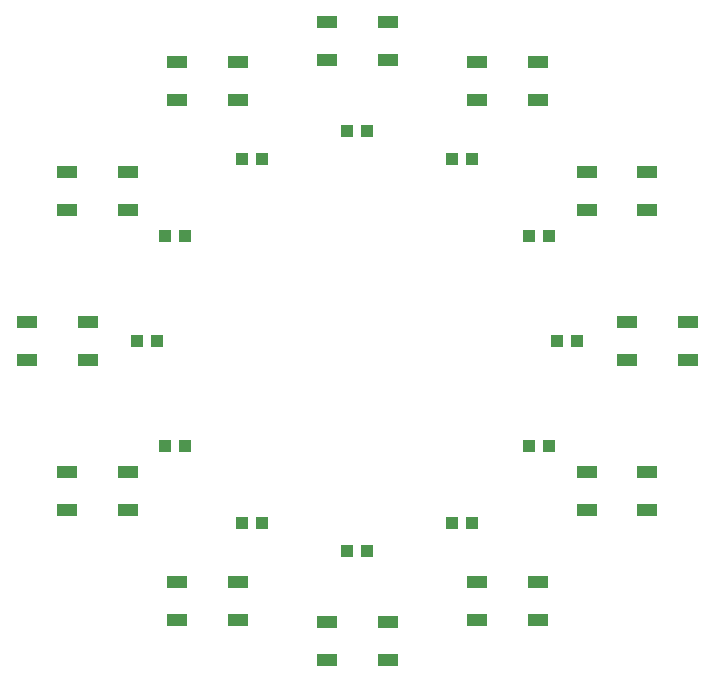
<source format=gbr>
G04 EAGLE Gerber RS-274X export*
G75*
%MOMM*%
%FSLAX34Y34*%
%LPD*%
%INSolderpaste Top*%
%IPPOS*%
%AMOC8*
5,1,8,0,0,1.08239X$1,22.5*%
G01*
%ADD10R,1.100000X1.000000*%
%ADD11R,1.651000X1.000000*%


D10*
X423300Y254000D03*
X440300Y254000D03*
X245500Y76200D03*
X262500Y76200D03*
X334400Y100021D03*
X351400Y100021D03*
X399479Y165100D03*
X416479Y165100D03*
X399479Y342900D03*
X416479Y342900D03*
X334400Y407979D03*
X351400Y407979D03*
X245500Y431800D03*
X262500Y431800D03*
X156600Y407979D03*
X173600Y407979D03*
X91521Y342900D03*
X108521Y342900D03*
X67700Y254000D03*
X84700Y254000D03*
X91521Y165100D03*
X108521Y165100D03*
X156600Y100021D03*
X173600Y100021D03*
D11*
X533770Y238000D03*
X482230Y238000D03*
X482230Y270000D03*
X533770Y270000D03*
X279770Y-16000D03*
X228230Y-16000D03*
X228230Y16000D03*
X279770Y16000D03*
X406770Y18030D03*
X355230Y18030D03*
X355230Y50030D03*
X406770Y50030D03*
X499740Y111000D03*
X448200Y111000D03*
X448200Y143000D03*
X499740Y143000D03*
X499740Y365000D03*
X448200Y365000D03*
X448200Y397000D03*
X499740Y397000D03*
X406770Y457970D03*
X355230Y457970D03*
X355230Y489970D03*
X406770Y489970D03*
X279770Y492000D03*
X228230Y492000D03*
X228230Y524000D03*
X279770Y524000D03*
X152770Y457970D03*
X101230Y457970D03*
X101230Y489970D03*
X152770Y489970D03*
X59800Y365000D03*
X8260Y365000D03*
X8260Y397000D03*
X59800Y397000D03*
X25770Y238000D03*
X-25770Y238000D03*
X-25770Y270000D03*
X25770Y270000D03*
X59800Y111000D03*
X8260Y111000D03*
X8260Y143000D03*
X59800Y143000D03*
X152770Y18030D03*
X101230Y18030D03*
X101230Y50030D03*
X152770Y50030D03*
M02*

</source>
